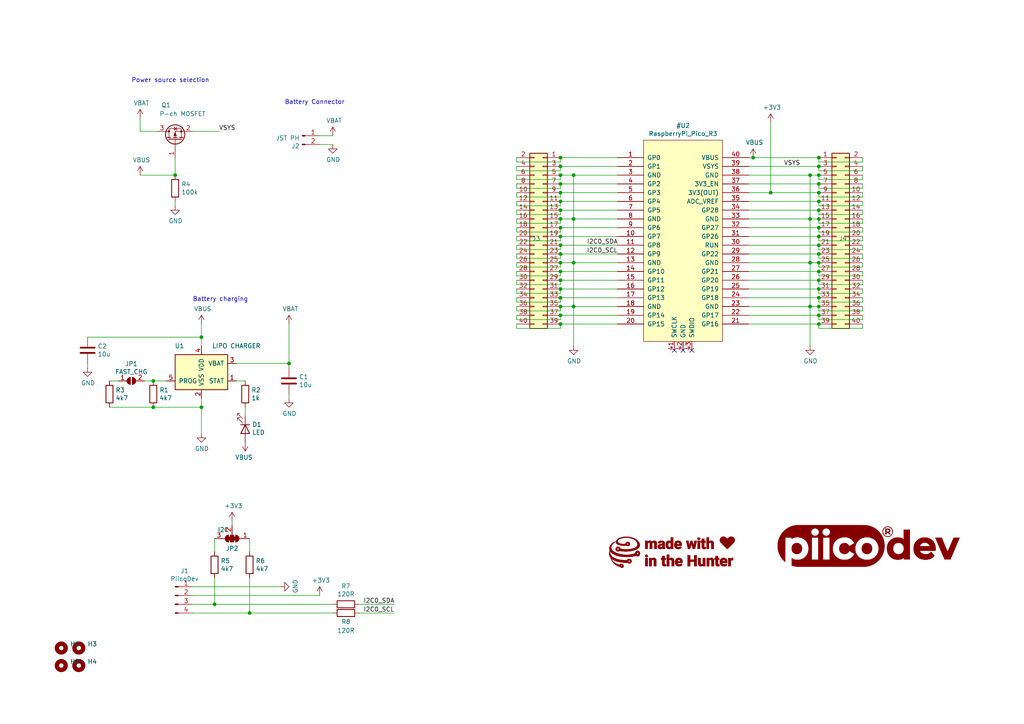
<source format=kicad_sch>
(kicad_sch (version 20211123) (generator eeschema)
  (paper "A4")
  (title_block (title "Expansion Board for Raspberry Pi Pico") (date "2021-10-29") (rev "v11") (company "Core Electronics") (comment 1 "designed by Michael Ruppe") (comment 2 "https://creativecommons.org/licenses/by-sa/4.0/") (comment 3 "Released under CC BY-SA 4.0") (comment 4 "\"PIICODEV\" is a registered trademark of Core Electronics Pty. Ltd."))
  (lib_symbols
    (symbol "Battery_Management:MCP73832-2-OT" (pin_names (offset 1.016))
      (property "Reference" "U" (at -7.62 6.35 0))
      (property "Value" "MCP73832-2-OT" (at 1.27 6.35 0))
      (symbol "MCP73832-2-OT_1_1"
        (pin output line (at 10.16 -2.54 180) (length 2.54) (name "STAT") (number "1"))
        (pin power_in line (at 0 -7.62 90) (length 2.54) (name "VSS") (number "2"))
        (pin power_out line (at 10.16 2.54 180) (length 2.54) (name "VBAT") (number "3"))
        (pin power_in line (at 0 7.62 270) (length 2.54) (name "VDD") (number "4"))
        (pin input line (at -10.16 -2.54 0) (length 2.54) (name "PROG") (number "5"))
      )
    )
    (symbol "Connector:Conn_01x02_Male" (pin_names (offset 1.016) hide)
      (property "Reference" "J" (at 0 2.54 0))
      (property "Value" "Conn_01x02_Male" (at 0 -5.08 0))
      (symbol "Conn_01x02_Male_1_1"
        (pin passive line (at 5.08 0 180) (length 3.81) (name "Pin_1") (number "1"))
        (pin passive line (at 5.08 -2.54 180) (length 3.81) (name "Pin_2") (number "2"))
      )
    )
    (symbol "Connector:Conn_01x04_Male" (pin_names (offset 1.016) hide)
      (property "Reference" "J" (at 0 5.08 0))
      (property "Value" "Conn_01x04_Male" (at 0 -7.62 0))
      (symbol "Conn_01x04_Male_1_1"
        (pin passive line (at 5.08 2.54 180) (length 3.81) (name "Pin_1") (number "1"))
        (pin passive line (at 5.08 0 180) (length 3.81) (name "Pin_2") (number "2"))
        (pin passive line (at 5.08 -2.54 180) (length 3.81) (name "Pin_3") (number "3"))
        (pin passive line (at 5.08 -5.08 180) (length 3.81) (name "Pin_4") (number "4"))
      )
    )
    (symbol "Connector_Generic:Conn_02x20_Odd_Even" (pin_names (offset 1.016) hide)
      (property "Reference" "J" (at 1.27 25.4 0))
      (property "Value" "Conn_02x20_Odd_Even" (at 1.27 -27.94 0))
      (symbol "Conn_02x20_Odd_Even_1_1"
        (pin passive line (at -5.08 22.86 0) (length 3.81) (name "Pin_1") (number "1"))
        (pin passive line (at 7.62 12.7 180) (length 3.81) (name "Pin_10") (number "10"))
        (pin passive line (at -5.08 10.16 0) (length 3.81) (name "Pin_11") (number "11"))
        (pin passive line (at 7.62 10.16 180) (length 3.81) (name "Pin_12") (number "12"))
        (pin passive line (at -5.08 7.62 0) (length 3.81) (name "Pin_13") (number "13"))
        (pin passive line (at 7.62 7.62 180) (length 3.81) (name "Pin_14") (number "14"))
        (pin passive line (at -5.08 5.08 0) (length 3.81) (name "Pin_15") (number "15"))
        (pin passive line (at 7.62 5.08 180) (length 3.81) (name "Pin_16") (number "16"))
        (pin passive line (at -5.08 2.54 0) (length 3.81) (name "Pin_17") (number "17"))
        (pin passive line (at 7.62 2.54 180) (length 3.81) (name "Pin_18") (number "18"))
        (pin passive line (at -5.08 0 0) (length 3.81) (name "Pin_19") (number "19"))
        (pin passive line (at 7.62 22.86 180) (length 3.81) (name "Pin_2") (number "2"))
        (pin passive line (at 7.62 0 180) (length 3.81) (name "Pin_20") (number "20"))
        (pin passive line (at -5.08 -2.54 0) (length 3.81) (name "Pin_21") (number "21"))
        (pin passive line (at 7.62 -2.54 180) (length 3.81) (name "Pin_22") (number "22"))
        (pin passive line (at -5.08 -5.08 0) (length 3.81) (name "Pin_23") (number "23"))
        (pin passive line (at 7.62 -5.08 180) (length 3.81) (name "Pin_24") (number "24"))
        (pin passive line (at -5.08 -7.62 0) (length 3.81) (name "Pin_25") (number "25"))
        (pin passive line (at 7.62 -7.62 180) (length 3.81) (name "Pin_26") (number "26"))
        (pin passive line (at -5.08 -10.16 0) (length 3.81) (name "Pin_27") (number "27"))
        (pin passive line (at 7.62 -10.16 180) (length 3.81) (name "Pin_28") (number "28"))
        (pin passive line (at -5.08 -12.7 0) (length 3.81) (name "Pin_29") (number "29"))
        (pin passive line (at -5.08 20.32 0) (length 3.81) (name "Pin_3") (number "3"))
        (pin passive line (at 7.62 -12.7 180) (length 3.81) (name "Pin_30") (number "30"))
        (pin passive line (at -5.08 -15.24 0) (length 3.81) (name "Pin_31") (number "31"))
        (pin passive line (at 7.62 -15.24 180) (length 3.81) (name "Pin_32") (number "32"))
        (pin passive line (at -5.08 -17.78 0) (length 3.81) (name "Pin_33") (number "33"))
        (pin passive line (at 7.62 -17.78 180) (length 3.81) (name "Pin_34") (number "34"))
        (pin passive line (at -5.08 -20.32 0) (length 3.81) (name "Pin_35") (number "35"))
        (pin passive line (at 7.62 -20.32 180) (length 3.81) (name "Pin_36") (number "36"))
        (pin passive line (at -5.08 -22.86 0) (length 3.81) (name "Pin_37") (number "37"))
        (pin passive line (at 7.62 -22.86 180) (length 3.81) (name "Pin_38") (number "38"))
        (pin passive line (at -5.08 -25.4 0) (length 3.81) (name "Pin_39") (number "39"))
        (pin passive line (at 7.62 20.32 180) (length 3.81) (name "Pin_4") (number "4"))
        (pin passive line (at 7.62 -25.4 180) (length 3.81) (name "Pin_40") (number "40"))
        (pin passive line (at -5.08 17.78 0) (length 3.81) (name "Pin_5") (number "5"))
        (pin passive line (at 7.62 17.78 180) (length 3.81) (name "Pin_6") (number "6"))
        (pin passive line (at -5.08 15.24 0) (length 3.81) (name "Pin_7") (number "7"))
        (pin passive line (at 7.62 15.24 180) (length 3.81) (name "Pin_8") (number "8"))
        (pin passive line (at -5.08 12.7 0) (length 3.81) (name "Pin_9") (number "9"))
      )
    )
    (symbol "CoreElectronics_Artwork:LOGO_CoreElectronics_made-with-love" (pin_names (offset 1.016)))
    (symbol "CoreElectronics_Artwork:LOGO_PiicoDev" (pin_names (offset 1.016)))
    (symbol "CoreElectronics_Components:RaspberryPi_Pico_R3" (pin_names (offset 1.016))
      (property "Reference" "U" (at -8.89 30.48 0))
      (property "Value" "RaspberryPi_Pico_R3" (at 0 -30.48 0))
      (symbol "RaspberryPi_Pico_R3_1_1"
        (pin bidirectional line (at -19.05 24.13 0) (length 7.62) (name "GP0") (number "1"))
        (pin bidirectional line (at -19.05 1.27 0) (length 7.62) (name "GP7") (number "10"))
        (pin bidirectional line (at -19.05 -1.27 0) (length 7.62) (name "GP8") (number "11"))
        (pin bidirectional line (at -19.05 -3.81 0) (length 7.62) (name "GP9") (number "12"))
        (pin power_in line (at -19.05 -6.35 0) (length 7.62) (name "GND") (number "13"))
        (pin bidirectional line (at -19.05 -8.89 0) (length 7.62) (name "GP10") (number "14"))
        (pin bidirectional line (at -19.05 -11.43 0) (length 7.62) (name "GP11") (number "15"))
        (pin bidirectional line (at -19.05 -13.97 0) (length 7.62) (name "GP12") (number "16"))
        (pin bidirectional line (at -19.05 -16.51 0) (length 7.62) (name "GP13") (number "17"))
        (pin power_in line (at -19.05 -19.05 0) (length 7.62) (name "GND") (number "18"))
        (pin bidirectional line (at -19.05 -21.59 0) (length 7.62) (name "GP14") (number "19"))
        (pin bidirectional line (at -19.05 21.59 0) (length 7.62) (name "GP1") (number "2"))
        (pin bidirectional line (at -19.05 -24.13 0) (length 7.62) (name "GP15") (number "20"))
        (pin bidirectional line (at 19.05 -24.13 180) (length 7.62) (name "GP16") (number "21"))
        (pin bidirectional line (at 19.05 -21.59 180) (length 7.62) (name "GP17") (number "22"))
        (pin power_in line (at 19.05 -19.05 180) (length 7.62) (name "GND") (number "23"))
        (pin bidirectional line (at 19.05 -16.51 180) (length 7.62) (name "GP18") (number "24"))
        (pin bidirectional line (at 19.05 -13.97 180) (length 7.62) (name "GP19") (number "25"))
        (pin bidirectional line (at 19.05 -11.43 180) (length 7.62) (name "GP20") (number "26"))
        (pin bidirectional line (at 19.05 -8.89 180) (length 7.62) (name "GP21") (number "27"))
        (pin bidirectional line (at 19.05 -6.35 180) (length 7.62) (name "GND") (number "28"))
        (pin bidirectional line (at 19.05 -3.81 180) (length 7.62) (name "GP22") (number "29"))
        (pin power_in line (at -19.05 19.05 0) (length 7.62) (name "GND") (number "3"))
        (pin input line (at 19.05 -1.27 180) (length 7.62) (name "RUN") (number "30"))
        (pin bidirectional line (at 19.05 1.27 180) (length 7.62) (name "GP26") (number "31"))
        (pin bidirectional line (at 19.05 3.81 180) (length 7.62) (name "GP27") (number "32"))
        (pin power_in line (at 19.05 6.35 180) (length 7.62) (name "GND") (number "33"))
        (pin bidirectional line (at 19.05 8.89 180) (length 7.62) (name "GP28") (number "34"))
        (pin input line (at 19.05 11.43 180) (length 7.62) (name "ADC_VREF") (number "35"))
        (pin power_out line (at 19.05 13.97 180) (length 7.62) (name "3V3(OUT)") (number "36"))
        (pin input line (at 19.05 16.51 180) (length 7.62) (name "3V3_EN") (number "37"))
        (pin power_in line (at 19.05 19.05 180) (length 7.62) (name "GND") (number "38"))
        (pin power_in line (at 19.05 21.59 180) (length 7.62) (name "VSYS") (number "39"))
        (pin bidirectional line (at -19.05 16.51 0) (length 7.62) (name "GP2") (number "4"))
        (pin power_out line (at 19.05 24.13 180) (length 7.62) (name "VBUS") (number "40"))
        (pin input line (at -2.54 -31.75 90) (length 2.54) (name "SWCLK") (number "41"))
        (pin power_in line (at 0 -31.75 90) (length 2.54) (name "GND") (number "42"))
        (pin bidirectional line (at 2.54 -31.75 90) (length 2.54) (name "SWDIO") (number "43"))
        (pin bidirectional line (at -19.05 13.97 0) (length 7.62) (name "GP3") (number "5"))
        (pin bidirectional line (at -19.05 11.43 0) (length 7.62) (name "GP4") (number "6"))
        (pin bidirectional line (at -19.05 8.89 0) (length 7.62) (name "GP5") (number "7"))
        (pin power_in line (at -19.05 6.35 0) (length 7.62) (name "GND") (number "8"))
        (pin bidirectional line (at -19.05 3.81 0) (length 7.62) (name "GP6") (number "9"))
      )
    )
    (symbol "CoreElectronics_Power-Symbols:VBAT" (power) (pin_names (offset 0))
      (property "Value" "VBAT" (at 0 3.81 0))
      (symbol "VBAT_1_1"
        (pin power_in line (at 0 0 90) (length 0) hide (name "VBAT") (number "1"))
      )
    )
    (symbol "Device:C" (pin_numbers hide) (pin_names (offset 0.254))
      (property "Reference" "C" (at 0.635 2.54 0))
      (property "Value" "C" (at 0.635 -2.54 0))
      (symbol "C_1_1"
        (pin passive line (at 0 3.81 270) (length 2.794) (name "~") (number "1"))
        (pin passive line (at 0 -3.81 90) (length 2.794) (name "~") (number "2"))
      )
    )
    (symbol "Device:LED" (pin_numbers hide) (pin_names (offset 1.016) hide)
      (property "Reference" "D" (at 0 2.54 0))
      (property "Value" "LED" (at 0 -2.54 0))
      (symbol "LED_1_1"
        (pin passive line (at -3.81 0 0) (length 2.54) (name "K") (number "1"))
        (pin passive line (at 3.81 0 180) (length 2.54) (name "A") (number "2"))
      )
    )
    (symbol "Device:Q_PMOS_GSD" (pin_names (offset 0) hide)
      (property "Reference" "Q" (at 5.08 1.27 0))
      (property "Value" "Q_PMOS_GSD" (at 5.08 -1.27 0))
      (symbol "Q_PMOS_GSD_1_1"
        (pin input line (at -5.08 0 0) (length 2.54) (name "G") (number "1"))
        (pin passive line (at 2.54 -5.08 90) (length 2.54) (name "S") (number "2"))
        (pin passive line (at 2.54 5.08 270) (length 2.54) (name "D") (number "3"))
      )
    )
    (symbol "Device:R" (pin_numbers hide) (pin_names (offset 0))
      (property "Reference" "R" (at 2.032 0 90))
      (property "Value" "R" (at 0 0 90))
      (symbol "R_1_1"
        (pin passive line (at 0 3.81 270) (length 1.27) (name "~") (number "1"))
        (pin passive line (at 0 -3.81 90) (length 1.27) (name "~") (number "2"))
      )
    )
    (symbol "Jumper:SolderJumper_2_Open" (pin_names (offset 0) hide)
      (property "Reference" "JP" (at 0 2.032 0))
      (property "Value" "SolderJumper_2_Open" (at 0 -2.54 0))
      (symbol "SolderJumper_2_Open_1_1"
        (pin passive line (at -3.81 0 0) (length 2.54) (name "A") (number "1"))
        (pin passive line (at 3.81 0 180) (length 2.54) (name "B") (number "2"))
      )
    )
    (symbol "Jumper:SolderJumper_3_Bridged123" (pin_names (offset 0) hide)
      (property "Reference" "JP" (at -2.54 -2.54 0))
      (property "Value" "SolderJumper_3_Bridged123" (at 0 2.794 0))
      (symbol "SolderJumper_3_Bridged123_1_1"
        (pin passive line (at -5.08 0 0) (length 2.54) (name "A") (number "1"))
        (pin passive line (at 0 -3.81 90) (length 2.54) (name "C") (number "2"))
        (pin passive line (at 5.08 0 180) (length 2.54) (name "B") (number "3"))
      )
    )
    (symbol "Mechanical:MountingHole" (pin_names (offset 1.016))
      (property "Reference" "H" (at 0 5.08 0))
      (property "Value" "MountingHole" (at 0 3.175 0))
    )
    (symbol "power:+3V3" (power) (pin_names (offset 0))
      (property "Value" "+3V3" (at 0 3.556 0))
      (symbol "+3V3_1_1"
        (pin power_in line (at 0 0 90) (length 0) hide (name "+3V3") (number "1"))
      )
    )
    (symbol "power:GND" (power) (pin_names (offset 0))
      (property "Value" "GND" (at 0 -3.81 0))
      (symbol "GND_1_1"
        (pin power_in line (at 0 0 270) (length 0) hide (name "GND") (number "1"))
      )
    )
    (symbol "power:VBUS" (power) (pin_names (offset 0))
      (property "Value" "VBUS" (at 0 3.81 0))
      (symbol "VBUS_1_1"
        (pin power_in line (at 0 0 90) (length 0) hide (name "VBUS") (number "1"))
      )
    )
  )
  (junction (at 237.49 78.74))
  (junction (at 162.56 73.66))
  (junction (at 237.49 58.42))
  (junction (at 237.49 45.72))
  (junction (at 166.37 63.5))
  (junction (at 50.8 50.8))
  (junction (at 237.49 66.04))
  (junction (at 234.95 88.9))
  (junction (at 218.44 45.72))
  (junction (at 237.49 71.12))
  (junction (at 237.49 81.28))
  (junction (at 237.49 68.58))
  (junction (at 237.49 93.98))
  (junction (at 162.56 93.98))
  (junction (at 62.23 175.26))
  (junction (at 162.56 63.5))
  (junction (at 166.37 88.9))
  (junction (at 237.49 83.82))
  (junction (at 166.37 76.2))
  (junction (at 237.49 63.5))
  (junction (at 162.56 55.88))
  (junction (at 237.49 53.34))
  (junction (at 237.49 73.66))
  (junction (at 237.49 50.8))
  (junction (at 44.45 118.11))
  (junction (at 162.56 83.82))
  (junction (at 162.56 91.44))
  (junction (at 83.82 105.41))
  (junction (at 162.56 60.96))
  (junction (at 162.56 76.2))
  (junction (at 58.42 118.11))
  (junction (at 234.95 50.8))
  (junction (at 237.49 86.36))
  (junction (at 162.56 71.12))
  (junction (at 162.56 66.04))
  (junction (at 234.95 76.2))
  (junction (at 162.56 78.74))
  (junction (at 223.52 55.88))
  (junction (at 162.56 68.58))
  (junction (at 237.49 48.26))
  (junction (at 162.56 48.26))
  (junction (at 162.56 53.34))
  (junction (at 58.42 97.79))
  (junction (at 162.56 86.36))
  (junction (at 162.56 58.42))
  (junction (at 162.56 45.72))
  (junction (at 72.39 177.8))
  (junction (at 237.49 88.9))
  (junction (at 237.49 55.88))
  (junction (at 237.49 91.44))
  (junction (at 44.45 110.49))
  (junction (at 162.56 50.8))
  (junction (at 237.49 76.2))
  (junction (at 162.56 81.28))
  (junction (at 166.37 50.8))
  (junction (at 237.49 60.96))
  (junction (at 234.95 63.5))
  (junction (at 162.56 88.9))
  (no_connect (at 198.12 101.6))
  (no_connect (at 200.66 101.6))
  (no_connect (at 195.58 101.6))
  (wire (pts (xy 162.56 74.93) (xy 149.86 74.93)))
  (wire (pts (xy 44.45 118.11) (xy 31.75 118.11)))
  (wire (pts (xy 162.56 86.36) (xy 179.07 86.36)))
  (wire (pts (xy 162.56 93.98) (xy 162.56 95.25)))
  (wire (pts (xy 250.19 87.63) (xy 250.19 86.36)))
  (wire (pts (xy 250.19 62.23) (xy 250.19 60.96)))
  (wire (pts (xy 162.56 88.9) (xy 162.56 90.17)))
  (wire (pts (xy 162.56 59.69) (xy 149.86 59.69)))
  (wire (pts (xy 149.86 57.15) (xy 149.86 55.88)))
  (wire (pts (xy 217.17 76.2) (xy 234.95 76.2)))
  (wire (pts (xy 162.56 50.8) (xy 162.56 52.07)))
  (wire (pts (xy 223.52 55.88) (xy 223.52 35.56)))
  (wire (pts (xy 162.56 54.61) (xy 149.86 54.61)))
  (wire (pts (xy 162.56 66.04) (xy 162.56 67.31)))
  (wire (pts (xy 25.4 106.68) (xy 25.4 105.41)))
  (wire (pts (xy 162.56 80.01) (xy 149.86 80.01)))
  (wire (pts (xy 25.4 97.79) (xy 58.42 97.79)))
  (wire (pts (xy 234.95 50.8) (xy 237.49 50.8)))
  (wire (pts (xy 237.49 63.5) (xy 237.49 64.77)))
  (wire (pts (xy 250.19 95.25) (xy 250.19 93.98)))
  (wire (pts (xy 250.19 46.99) (xy 250.19 45.72)))
  (wire (pts (xy 41.91 110.49) (xy 44.45 110.49)))
  (wire (pts (xy 250.19 69.85) (xy 250.19 68.58)))
  (wire (pts (xy 250.19 64.77) (xy 250.19 63.5)))
  (wire (pts (xy 58.42 100.33) (xy 58.42 97.79)))
  (wire (pts (xy 162.56 81.28) (xy 162.56 82.55)))
  (wire (pts (xy 237.49 88.9) (xy 234.95 88.9)))
  (wire (pts (xy 237.49 85.09) (xy 250.19 85.09)))
  (wire (pts (xy 166.37 76.2) (xy 179.07 76.2)))
  (wire (pts (xy 162.56 68.58) (xy 162.56 69.85)))
  (wire (pts (xy 217.17 91.44) (xy 237.49 91.44)))
  (wire (pts (xy 58.42 125.73) (xy 58.42 118.11)))
  (wire (pts (xy 237.49 83.82) (xy 237.49 85.09)))
  (wire (pts (xy 149.86 49.53) (xy 149.86 48.26)))
  (wire (pts (xy 83.82 115.57) (xy 83.82 114.3)))
  (wire (pts (xy 149.86 82.55) (xy 149.86 81.28)))
  (wire (pts (xy 162.56 55.88) (xy 162.56 57.15)))
  (wire (pts (xy 237.49 69.85) (xy 250.19 69.85)))
  (wire (pts (xy 162.56 48.26) (xy 162.56 49.53)))
  (wire (pts (xy 223.52 55.88) (xy 237.49 55.88)))
  (wire (pts (xy 162.56 78.74) (xy 162.56 80.01)))
  (wire (pts (xy 237.49 67.31) (xy 250.19 67.31)))
  (wire (pts (xy 237.49 72.39) (xy 250.19 72.39)))
  (wire (pts (xy 162.56 76.2) (xy 162.56 77.47)))
  (wire (pts (xy 162.56 73.66) (xy 179.07 73.66)))
  (wire (pts (xy 83.82 105.41) (xy 68.58 105.41)))
  (wire (pts (xy 162.56 69.85) (xy 149.86 69.85)))
  (wire (pts (xy 149.86 69.85) (xy 149.86 68.58)))
  (wire (pts (xy 162.56 53.34) (xy 162.56 54.61)))
  (wire (pts (xy 72.39 167.64) (xy 72.39 177.8)))
  (wire (pts (xy 179.07 53.34) (xy 162.56 53.34)))
  (wire (pts (xy 162.56 92.71) (xy 149.86 92.71)))
  (wire (pts (xy 50.8 59.69) (xy 50.8 58.42)))
  (wire (pts (xy 237.49 90.17) (xy 250.19 90.17)))
  (wire (pts (xy 237.49 62.23) (xy 250.19 62.23)))
  (wire (pts (xy 149.86 92.71) (xy 149.86 91.44)))
  (wire (pts (xy 92.71 39.37) (xy 96.52 39.37)))
  (wire (pts (xy 234.95 50.8) (xy 234.95 63.5)))
  (wire (pts (xy 234.95 63.5) (xy 234.95 76.2)))
  (wire (pts (xy 234.95 88.9) (xy 217.17 88.9)))
  (wire (pts (xy 149.86 59.69) (xy 149.86 58.42)))
  (wire (pts (xy 149.86 77.47) (xy 149.86 76.2)))
  (wire (pts (xy 162.56 63.5) (xy 166.37 63.5)))
  (wire (pts (xy 31.75 110.49) (xy 34.29 110.49)))
  (wire (pts (xy 149.86 64.77) (xy 149.86 63.5)))
  (wire (pts (xy 71.12 120.65) (xy 71.12 118.11)))
  (wire (pts (xy 50.8 50.8) (xy 50.8 45.72)))
  (wire (pts (xy 237.49 58.42) (xy 237.49 59.69)))
  (wire (pts (xy 104.14 177.8) (xy 114.3 177.8)))
  (wire (pts (xy 44.45 110.49) (xy 48.26 110.49)))
  (wire (pts (xy 217.17 71.12) (xy 237.49 71.12)))
  (wire (pts (xy 67.31 151.13) (xy 67.31 152.4)))
  (wire (pts (xy 162.56 60.96) (xy 179.07 60.96)))
  (wire (pts (xy 237.49 82.55) (xy 250.19 82.55)))
  (wire (pts (xy 166.37 88.9) (xy 179.07 88.9)))
  (wire (pts (xy 237.49 68.58) (xy 217.17 68.58)))
  (wire (pts (xy 250.19 52.07) (xy 250.19 50.8)))
  (wire (pts (xy 237.49 57.15) (xy 250.19 57.15)))
  (wire (pts (xy 237.49 49.53) (xy 250.19 49.53)))
  (wire (pts (xy 237.49 45.72) (xy 237.49 46.99)))
  (wire (pts (xy 55.88 172.72) (xy 92.71 172.72)))
  (wire (pts (xy 237.49 53.34) (xy 237.49 54.61)))
  (wire (pts (xy 179.07 78.74) (xy 162.56 78.74)))
  (wire (pts (xy 40.64 50.8) (xy 50.8 50.8)))
  (wire (pts (xy 179.07 48.26) (xy 162.56 48.26)))
  (wire (pts (xy 166.37 88.9) (xy 166.37 76.2)))
  (wire (pts (xy 149.86 72.39) (xy 149.86 71.12)))
  (wire (pts (xy 250.19 57.15) (xy 250.19 55.88)))
  (wire (pts (xy 250.19 90.17) (xy 250.19 88.9)))
  (wire (pts (xy 83.82 106.68) (xy 83.82 105.41)))
  (wire (pts (xy 162.56 63.5) (xy 162.56 64.77)))
  (wire (pts (xy 149.86 80.01) (xy 149.86 78.74)))
  (wire (pts (xy 166.37 100.33) (xy 166.37 88.9)))
  (wire (pts (xy 237.49 74.93) (xy 250.19 74.93)))
  (wire (pts (xy 162.56 58.42) (xy 162.56 59.69)))
  (wire (pts (xy 217.17 66.04) (xy 237.49 66.04)))
  (wire (pts (xy 72.39 177.8) (xy 55.88 177.8)))
  (wire (pts (xy 250.19 54.61) (xy 250.19 53.34)))
  (wire (pts (xy 162.56 45.72) (xy 179.07 45.72)))
  (wire (pts (xy 162.56 90.17) (xy 149.86 90.17)))
  (wire (pts (xy 250.19 92.71) (xy 250.19 91.44)))
  (wire (pts (xy 149.86 74.93) (xy 149.86 73.66)))
  (wire (pts (xy 217.17 45.72) (xy 218.44 45.72)))
  (wire (pts (xy 162.56 86.36) (xy 162.56 87.63)))
  (wire (pts (xy 250.19 59.69) (xy 250.19 58.42)))
  (wire (pts (xy 149.86 90.17) (xy 149.86 88.9)))
  (wire (pts (xy 234.95 88.9) (xy 234.95 100.33)))
  (wire (pts (xy 237.49 83.82) (xy 217.17 83.82)))
  (wire (pts (xy 237.49 87.63) (xy 250.19 87.63)))
  (wire (pts (xy 166.37 63.5) (xy 166.37 50.8)))
  (wire (pts (xy 162.56 50.8) (xy 166.37 50.8)))
  (wire (pts (xy 237.49 68.58) (xy 237.49 69.85)))
  (wire (pts (xy 237.49 64.77) (xy 250.19 64.77)))
  (wire (pts (xy 250.19 74.93) (xy 250.19 73.66)))
  (wire (pts (xy 149.86 62.23) (xy 149.86 60.96)))
  (wire (pts (xy 162.56 57.15) (xy 149.86 57.15)))
  (wire (pts (xy 162.56 81.28) (xy 179.07 81.28)))
  (wire (pts (xy 162.56 73.66) (xy 162.56 74.93)))
  (wire (pts (xy 40.64 34.29) (xy 40.64 38.1)))
  (wire (pts (xy 237.49 78.74) (xy 237.49 80.01)))
  (wire (pts (xy 72.39 177.8) (xy 96.52 177.8)))
  (wire (pts (xy 250.19 82.55) (xy 250.19 81.28)))
  (wire (pts (xy 237.49 80.01) (xy 250.19 80.01)))
  (wire (pts (xy 62.23 160.02) (xy 62.23 156.21)))
  (wire (pts (xy 162.56 67.31) (xy 149.86 67.31)))
  (wire (pts (xy 237.49 48.26) (xy 237.49 49.53)))
  (wire (pts (xy 149.86 67.31) (xy 149.86 66.04)))
  (wire (pts (xy 234.95 76.2) (xy 237.49 76.2)))
  (wire (pts (xy 162.56 88.9) (xy 166.37 88.9)))
  (wire (pts (xy 162.56 55.88) (xy 179.07 55.88)))
  (wire (pts (xy 44.45 118.11) (xy 58.42 118.11)))
  (wire (pts (xy 237.49 93.98) (xy 217.17 93.98)))
  (wire (pts (xy 237.49 88.9) (xy 237.49 90.17)))
  (wire (pts (xy 58.42 118.11) (xy 58.42 115.57)))
  (wire (pts (xy 149.86 46.99) (xy 149.86 45.72)))
  (wire (pts (xy 162.56 66.04) (xy 179.07 66.04)))
  (wire (pts (xy 162.56 71.12) (xy 179.07 71.12)))
  (wire (pts (xy 237.49 66.04) (xy 237.49 67.31)))
  (wire (pts (xy 217.17 55.88) (xy 223.52 55.88)))
  (wire (pts (xy 149.86 54.61) (xy 149.86 53.34)))
  (wire (pts (xy 250.19 80.01) (xy 250.19 78.74)))
  (wire (pts (xy 162.56 46.99) (xy 149.86 46.99)))
  (wire (pts (xy 237.49 91.44) (xy 237.49 92.71)))
  (wire (pts (xy 162.56 64.77) (xy 149.86 64.77)))
  (wire (pts (xy 162.56 76.2) (xy 166.37 76.2)))
  (wire (pts (xy 179.07 93.98) (xy 162.56 93.98)))
  (wire (pts (xy 237.49 76.2) (xy 237.49 77.47)))
  (wire (pts (xy 92.71 41.91) (xy 96.52 41.91)))
  (wire (pts (xy 237.49 58.42) (xy 217.17 58.42)))
  (wire (pts (xy 237.49 86.36) (xy 237.49 87.63)))
  (wire (pts (xy 166.37 76.2) (xy 166.37 63.5)))
  (wire (pts (xy 62.23 167.64) (xy 62.23 175.26)))
  (wire (pts (xy 237.49 53.34) (xy 217.17 53.34)))
  (wire (pts (xy 237.49 59.69) (xy 250.19 59.69)))
  (wire (pts (xy 162.56 62.23) (xy 149.86 62.23)))
  (wire (pts (xy 83.82 93.98) (xy 83.82 105.41)))
  (wire (pts (xy 237.49 54.61) (xy 250.19 54.61)))
  (wire (pts (xy 162.56 83.82) (xy 162.56 85.09)))
  (wire (pts (xy 162.56 91.44) (xy 179.07 91.44)))
  (wire (pts (xy 237.49 92.71) (xy 250.19 92.71)))
  (wire (pts (xy 162.56 60.96) (xy 162.56 62.23)))
  (wire (pts (xy 237.49 55.88) (xy 237.49 57.15)))
  (wire (pts (xy 234.95 76.2) (xy 234.95 88.9)))
  (wire (pts (xy 40.64 38.1) (xy 45.72 38.1)))
  (wire (pts (xy 237.49 95.25) (xy 250.19 95.25)))
  (wire (pts (xy 162.56 95.25) (xy 149.86 95.25)))
  (wire (pts (xy 237.49 52.07) (xy 250.19 52.07)))
  (wire (pts (xy 63.5 38.1) (xy 55.88 38.1)))
  (wire (pts (xy 250.19 85.09) (xy 250.19 83.82)))
  (wire (pts (xy 217.17 86.36) (xy 237.49 86.36)))
  (wire (pts (xy 162.56 52.07) (xy 149.86 52.07)))
  (wire (pts (xy 162.56 49.53) (xy 149.86 49.53)))
  (wire (pts (xy 237.49 78.74) (xy 217.17 78.74)))
  (wire (pts (xy 217.17 60.96) (xy 237.49 60.96)))
  (wire (pts (xy 237.49 46.99) (xy 250.19 46.99)))
  (wire (pts (xy 162.56 72.39) (xy 149.86 72.39)))
  (wire (pts (xy 250.19 72.39) (xy 250.19 71.12)))
  (wire (pts (xy 250.19 67.31) (xy 250.19 66.04)))
  (wire (pts (xy 104.14 175.26) (xy 114.3 175.26)))
  (wire (pts (xy 237.49 50.8) (xy 237.49 52.07)))
  (wire (pts (xy 217.17 81.28) (xy 237.49 81.28)))
  (wire (pts (xy 149.86 87.63) (xy 149.86 86.36)))
  (wire (pts (xy 218.44 45.72) (xy 237.49 45.72)))
  (wire (pts (xy 237.49 63.5) (xy 234.95 63.5)))
  (wire (pts (xy 166.37 50.8) (xy 179.07 50.8)))
  (wire (pts (xy 149.86 95.25) (xy 149.86 93.98)))
  (wire (pts (xy 149.86 85.09) (xy 149.86 83.82)))
  (wire (pts (xy 149.86 52.07) (xy 149.86 50.8)))
  (wire (pts (xy 162.56 71.12) (xy 162.56 72.39)))
  (wire (pts (xy 237.49 71.12) (xy 237.49 72.39)))
  (wire (pts (xy 162.56 82.55) (xy 149.86 82.55)))
  (wire (pts (xy 234.95 63.5) (xy 217.17 63.5)))
  (wire (pts (xy 162.56 87.63) (xy 149.86 87.63)))
  (wire (pts (xy 72.39 160.02) (xy 72.39 156.21)))
  (wire (pts (xy 162.56 91.44) (xy 162.56 92.71)))
  (wire (pts (xy 217.17 50.8) (xy 234.95 50.8)))
  (wire (pts (xy 62.23 175.26) (xy 96.52 175.26)))
  (wire (pts (xy 250.19 77.47) (xy 250.19 76.2)))
  (wire (pts (xy 217.17 48.26) (xy 237.49 48.26)))
  (wire (pts (xy 71.12 110.49) (xy 68.58 110.49)))
  (wire (pts (xy 250.19 49.53) (xy 250.19 48.26)))
  (wire (pts (xy 162.56 85.09) (xy 149.86 85.09)))
  (wire (pts (xy 237.49 73.66) (xy 217.17 73.66)))
  (wire (pts (xy 55.88 175.26) (xy 62.23 175.26)))
  (wire (pts (xy 237.49 93.98) (xy 237.49 95.25)))
  (wire (pts (xy 162.56 77.47) (xy 149.86 77.47)))
  (wire (pts (xy 55.88 170.18) (xy 81.28 170.18)))
  (wire (pts (xy 166.37 63.5) (xy 179.07 63.5)))
  (wire (pts (xy 179.07 83.82) (xy 162.56 83.82)))
  (wire (pts (xy 237.49 60.96) (xy 237.49 62.23)))
  (wire (pts (xy 58.42 97.79) (xy 58.42 93.98)))
  (wire (pts (xy 162.56 45.72) (xy 162.56 46.99)))
  (wire (pts (xy 179.07 68.58) (xy 162.56 68.58)))
  (wire (pts (xy 179.07 58.42) (xy 162.56 58.42)))
  (wire (pts (xy 237.49 77.47) (xy 250.19 77.47)))
  (wire (pts (xy 237.49 81.28) (xy 237.49 82.55)))
  (wire (pts (xy 237.49 73.66) (xy 237.49 74.93)))
  (text "Power source selection" (at 38.1 24.13 0) (effects (font (size 1.27 1.27)) (justify left bottom)))
  (text "Battery Connector" (at 82.55 30.48 0) (effects (font (size 1.27 1.27)) (justify left bottom)))
  (text "Battery charging" (at 55.88 87.63 0) (effects (font (size 1.27 1.27)) (justify left bottom)))
  (label "VSYS" (at 227.33 48.26 0))
  (label "I2C0_SDA" (at 105.41 175.26 0))
  (label "VSYS" (at 63.5 38.1 0))
  (label "I2C0_SCL" (at 170.18 73.66 0))
  (label "I2C0_SCL" (at 105.41 177.8 0))
  (label "I2C0_SDA" (at 170.18 71.12 0))
  (symbol (lib_id "Battery_Management:MCP73832-2-OT") (at 58.42 107.95 0) (unit 1)
    (property "Reference" "U1" (at 52.07 100.33 0))
    (property "Value" "LIPO CHARGER" (at 68.58 100.33 0))
    (property "Footprint" "Package_TO_SOT_SMD:SOT-23-5" (effects hide))
    (property "Datasheet" "http://ww1.microchip.com/downloads/en/DeviceDoc/20001984g.pdf" (effects hide))
  )
  (symbol (lib_id "power:VBUS") (at 58.42 93.98 0) (unit 1)
    (property "Reference" "#PWR05" (effects hide))
    (property "Value" "VBUS" (at 58.801 89.5858 0))
  )
  (symbol (lib_id "power:GND") (at 58.42 125.73 0) (unit 1)
    (property "Reference" "#PWR06" (effects hide))
    (property "Value" "GND" (at 58.547 130.1242 0))
  )
  (symbol (lib_id "CoreElectronics_Power-Symbols:VBAT") (at 83.82 93.98 0) (unit 1)
    (property "Reference" "#PWR010" (effects hide))
    (property "Value" "VBAT" (at 84.201 89.5858 0))
  )
  (symbol (lib_id "Device:C") (at 83.82 110.49 0) (unit 1)
    (property "Reference" "C1" (at 86.741 109.3216 0) (effects (justify left)))
    (property "Value" "10u" (at 86.741 111.633 0) (effects (justify left)))
    (property "Footprint" "Capacitor_SMD:C_0603_1608Metric" (effects hide))
  )
  (symbol (lib_id "power:GND") (at 83.82 115.57 0) (unit 1)
    (property "Reference" "#PWR011" (effects hide))
    (property "Value" "GND" (at 83.947 119.9642 0))
  )
  (symbol (lib_id "Device:R") (at 71.12 114.3 0) (unit 1)
    (property "Reference" "R2" (at 72.898 113.1316 0) (effects (justify left)))
    (property "Value" "1k" (at 72.898 115.443 0) (effects (justify left)))
    (property "Footprint" "Resistor_SMD:R_0402_1005Metric" (effects hide))
  )
  (symbol (lib_id "Device:LED") (at 71.12 124.46 270) (unit 1)
    (property "Reference" "D1" (at 73.152 123.1138 90) (effects (justify left)))
    (property "Value" "LED" (at 73.152 125.4252 90) (effects (justify left)))
    (property "Footprint" "LED_SMD:LED_0603_1608Metric" (effects hide))
  )
  (symbol (lib_id "power:VBUS") (at 71.12 128.27 180) (unit 1)
    (property "Reference" "#PWR08" (effects hide))
    (property "Value" "VBUS" (at 70.739 132.6642 0))
  )
  (symbol (lib_id "Device:R") (at 44.45 114.3 0) (unit 1)
    (property "Reference" "R1" (at 46.228 113.1316 0) (effects (justify left)))
    (property "Value" "4k7" (at 46.228 115.443 0) (effects (justify left)))
    (property "Footprint" "Resistor_SMD:R_0402_1005Metric" (effects hide))
  )
  (symbol (lib_id "power:VBUS") (at 40.64 50.8 0) (unit 1)
    (property "Reference" "#PWR03" (effects hide))
    (property "Value" "VBUS" (at 41.021 46.4058 0))
  )
  (symbol (lib_id "Device:Q_PMOS_GSD") (at 50.8 40.64 90) (unit 1)
    (property "Reference" "Q1" (at 49.53 30.48 90) (effects (justify left)))
    (property "Value" "P-ch MOSFET" (at 59.69 33.02 90) (effects (justify left)))
    (property "Footprint" "Package_TO_SOT_SMD:SOT-23" (effects hide))
  )
  (symbol (lib_id "CoreElectronics_Power-Symbols:VBAT") (at 40.64 34.29 0) (unit 1)
    (property "Reference" "#PWR02" (effects hide))
    (property "Value" "VBAT" (at 41.021 29.8958 0))
  )
  (symbol (lib_id "CoreElectronics_Components:RaspberryPi_Pico_R3") (at 198.12 69.85 0) (unit 1)
    (property "Reference" "#U2" (at 198.12 36.449 0))
    (property "Value" "RaspberryPi_Pico_R3" (at 198.12 38.7604 0))
    (property "Footprint" "CoreElectronics_Components:RaspberryPi_Pico_R3_Socket" (effects hide))
  )
  (symbol (lib_id "power:VBUS") (at 218.44 45.72 0) (unit 1)
    (property "Reference" "#PWR016" (effects hide))
    (property "Value" "VBUS" (at 218.821 41.3258 0))
  )
  (symbol (lib_id "Connector:Conn_01x04_Male") (at 50.8 172.72 0) (unit 1)
    (property "Reference" "J1" (at 53.5432 165.5826 0))
    (property "Value" "PiicoDev" (at 53.5432 167.894 0))
    (property "Footprint" "Connector_JST:JST_SH_SM04B-SRSS-TB_1x04-1MP_P1.00mm_Horizontal" (effects hide))
  )
  (symbol (lib_id "power:+3V3") (at 223.52 35.56 0) (unit 1)
    (property "Reference" "#PWR017" (effects hide))
    (property "Value" "+3V3" (at 223.901 31.1658 0))
  )
  (symbol (lib_id "power:+3V3") (at 92.71 172.72 0) (unit 1)
    (property "Reference" "#PWR012" (effects hide))
    (property "Value" "+3V3" (at 93.091 168.3258 0))
  )
  (symbol (lib_id "CoreElectronics_Artwork:LOGO_CoreElectronics_made-with-love") (at 195.58 160.02 0) (unit 1)
    (property "Reference" "G1" (effects hide))
    (property "Value" "LOGO_CoreElectronics_made-with-love" (effects hide))
    (property "Footprint" "CoreElectronics_Artwork:CoreElectronics_logo_5mm" (effects hide))
  )
  (symbol (lib_id "Connector:Conn_01x02_Male") (at 87.63 39.37 0) (unit 1)
    (property "Reference" "J2" (at 86.9188 42.3672 0) (effects (justify right)))
    (property "Value" "JST PH" (at 86.9188 40.0558 0) (effects (justify right)))
    (property "Footprint" "Connector_JST:JST_PH_S2B-PH-SM4-TB_1x02-1MP_P2.00mm_Horizontal" (effects hide))
  )
  (symbol (lib_id "CoreElectronics_Power-Symbols:VBAT") (at 96.52 39.37 0) (unit 1)
    (property "Reference" "#PWR013" (effects hide))
    (property "Value" "VBAT" (at 96.901 34.9758 0))
  )
  (symbol (lib_id "power:GND") (at 96.52 41.91 0) (unit 1)
    (property "Reference" "#PWR014" (effects hide))
    (property "Value" "GND" (at 96.647 46.3042 0))
  )
  (symbol (lib_id "Mechanical:MountingHole") (at 17.78 193.04 0) (unit 1)
    (property "Reference" "H2" (at 20.32 191.8716 0) (effects (justify left)))
    (property "Value" " " (at 20.32 194.183 0) (effects (justify left)))
    (property "Footprint" "MountingHole:MountingHole_2.7mm_M2.5" (effects hide))
  )
  (symbol (lib_id "Mechanical:MountingHole") (at 22.86 187.96 0) (unit 1)
    (property "Reference" "H3" (at 25.4 186.7916 0) (effects (justify left)))
    (property "Value" " " (at 25.4 189.103 0) (effects (justify left)))
    (property "Footprint" "MountingHole:MountingHole_2.7mm_M2.5" (effects hide))
  )
  (symbol (lib_id "Connector_Generic:Conn_02x20_Odd_Even") (at 242.57 68.58 0) (unit 1)
    (property "Reference" "J4" (at 243.2812 69.1896 0) (effects (justify left)))
    (property "Value" " " (at 243.2812 71.501 0) (effects (justify left)))
    (property "Footprint" "CoreElectronics_Components:PinSocket_2x20_P2.54mm_Vertical_SMD_With_Post" (effects hide))
  )
  (symbol (lib_id "CoreElectronics_Artwork:LOGO_PiicoDev") (at 254 158.75 0) (unit 1)
    (property "Reference" "G2" (effects hide))
    (property "Value" "LOGO_PiicoDev" (effects hide))
    (property "Footprint" "CoreElectronics_Artwork:piicodev_logo_14.2x3.4mm" (effects hide))
  )
  (symbol (lib_id "Mechanical:MountingHole") (at 17.78 187.96 0) (unit 1)
    (property "Reference" "H1" (at 20.32 186.7916 0) (effects (justify left)))
    (property "Value" " " (at 20.32 189.103 0) (effects (justify left)))
    (property "Footprint" "MountingHole:MountingHole_2.7mm_M2.5" (effects hide))
  )
  (symbol (lib_id "Mechanical:MountingHole") (at 22.86 193.04 0) (unit 1)
    (property "Reference" "H4" (at 25.4 191.8716 0) (effects (justify left)))
    (property "Value" " " (at 25.4 194.183 0) (effects (justify left)))
    (property "Footprint" "MountingHole:MountingHole_2.7mm_M2.5" (effects hide))
  )
  (symbol (lib_id "Device:C") (at 25.4 101.6 0) (unit 1)
    (property "Reference" "C2" (at 28.321 100.4316 0) (effects (justify left)))
    (property "Value" "10u" (at 28.321 102.743 0) (effects (justify left)))
    (property "Footprint" "Capacitor_SMD:C_0603_1608Metric" (effects hide))
  )
  (symbol (lib_id "power:GND") (at 25.4 106.68 0) (unit 1)
    (property "Reference" "#PWR01" (effects hide))
    (property "Value" "GND" (at 25.527 111.0742 0))
  )
  (symbol (lib_id "Device:R") (at 31.75 114.3 0) (unit 1)
    (property "Reference" "R3" (at 33.528 113.1316 0) (effects (justify left)))
    (property "Value" "4k7" (at 33.528 115.443 0) (effects (justify left)))
    (property "Footprint" "Resistor_SMD:R_0402_1005Metric" (effects hide))
  )
  (symbol (lib_id "Jumper:SolderJumper_2_Open") (at 38.1 110.49 0) (unit 1)
    (property "Reference" "JP1" (at 38.1 105.537 0))
    (property "Value" "FAST_CHG" (at 38.1 107.8484 0))
    (property "Footprint" "Jumper:SolderJumper-2_P1.3mm_Open_RoundedPad1.0x1.5mm" (effects hide))
  )
  (symbol (lib_id "power:GND") (at 234.95 100.33 0) (unit 1)
    (property "Reference" "#PWR018" (effects hide))
    (property "Value" "GND" (at 235.077 104.7242 0))
  )
  (symbol (lib_id "power:GND") (at 166.37 100.33 0) (unit 1)
    (property "Reference" "#PWR015" (effects hide))
    (property "Value" "GND" (at 166.497 104.7242 0))
  )
  (symbol (lib_id "power:GND") (at 81.28 170.18 90) (unit 1)
    (property "Reference" "#PWR09" (effects hide))
    (property "Value" "GND" (at 85.6742 170.053 0))
  )
  (symbol (lib_id "Connector_Generic:Conn_02x20_Odd_Even") (at 157.48 68.58 0) (mirror y) (unit 1)
    (property "Reference" "J3" (at 156.7688 69.1896 0) (effects (justify left)))
    (property "Value" " " (at 156.7688 71.501 0) (effects (justify left)))
    (property "Footprint" "CoreElectronics_Components:PinSocket_2x20_P2.54mm_Vertical_SMD_With_Post" (effects hide))
  )
  (symbol (lib_id "Device:R") (at 50.8 54.61 0) (unit 1)
    (property "Reference" "R4" (at 52.578 53.4416 0) (effects (justify left)))
    (property "Value" "100k" (at 52.578 55.753 0) (effects (justify left)))
    (property "Footprint" "Resistor_SMD:R_0402_1005Metric" (effects hide))
  )
  (symbol (lib_id "power:GND") (at 50.8 59.69 0) (unit 1)
    (property "Reference" "#PWR04" (effects hide))
    (property "Value" "GND" (at 50.927 64.0842 0))
  )
  (symbol (lib_id "Device:R") (at 62.23 163.83 0) (unit 1)
    (property "Reference" "R5" (at 64.008 162.6616 0) (effects (justify left)))
    (property "Value" "4k7" (at 64.008 164.973 0) (effects (justify left)))
    (property "Footprint" "Resistor_SMD:R_0402_1005Metric" (effects hide))
  )
  (symbol (lib_id "Device:R") (at 72.39 163.83 0) (unit 1)
    (property "Reference" "R6" (at 74.168 162.6616 0) (effects (justify left)))
    (property "Value" "4k7" (at 74.168 164.973 0) (effects (justify left)))
    (property "Footprint" "Resistor_SMD:R_0402_1005Metric" (effects hide))
  )
  (symbol (lib_id "power:+3V3") (at 67.31 151.13 0) (unit 1)
    (property "Reference" "#PWR07" (effects hide))
    (property "Value" "+3V3" (at 67.691 146.7358 0))
  )
  (symbol (lib_id "Jumper:SolderJumper_3_Bridged123") (at 67.31 156.21 180) (unit 1)
    (property "Reference" "JP2" (at 67.31 159.0802 0))
    (property "Value" "I2C" (at 64.77 153.67 0))
    (property "Footprint" "CoreElectronics_Components:SolderJumper-3_P1.3mm_Closed_RoundedPad1.0x1.5mm" (effects hide))
  )
  (symbol (lib_id "Device:R") (at 100.33 175.26 270) (unit 1)
    (property "Reference" "R7" (at 100.33 170.0022 90))
    (property "Value" "120R" (at 100.33 172.3136 90))
    (property "Footprint" "Resistor_SMD:R_0402_1005Metric" (effects hide))
  )
  (symbol (lib_id "Device:R") (at 100.33 177.8 270) (unit 1)
    (property "Reference" "R8" (at 100.33 180.34 90))
    (property "Value" "120R" (at 100.33 182.88 90))
    (property "Footprint" "Resistor_SMD:R_0402_1005Metric" (effects hide))
  )
)
</source>
